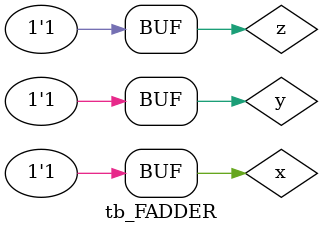
<source format=v>
`include "FADDER_1_beh.v"
module tb_FADDER;	
	reg x,y,z;
	wire s,c;
	FADDER_1_beh fl(x,y,z,s,c);
	initial
	$monitor(,$time,"x=%b,y=%b,z=%b,s=%b,c=%b",x,y,z,s,c);
	initial
	begin
	#0 x=1'b0;y=1'b0;z=1'b0;
	#4 x=1'b1;y=1'b0;z=1'b0;
	#4 x=1'b0;y=1'b1;z=1'b0;
	#4 x=1'b1;y=1'b1;z=1'b0;
	#4 x=1'b0;y=1'b0;z=1'b1;
	#4 x=1'b1;y=1'b0;z=1'b1;
	#4 x=1'b0;y=1'b1;z=1'b1;
	#4 x=1'b1;y=1'b1;z=1'b1;
	end
endmodule
</source>
